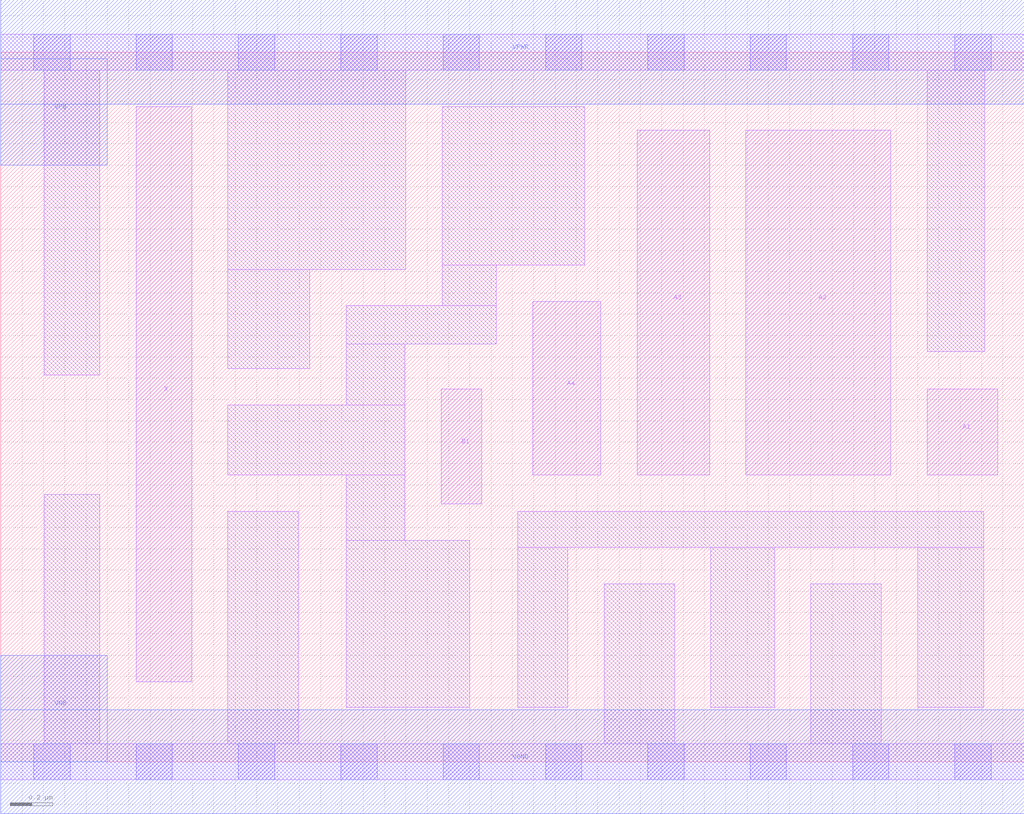
<source format=lef>
# Copyright 2020 The SkyWater PDK Authors
#
# Licensed under the Apache License, Version 2.0 (the "License");
# you may not use this file except in compliance with the License.
# You may obtain a copy of the License at
#
#     https://www.apache.org/licenses/LICENSE-2.0
#
# Unless required by applicable law or agreed to in writing, software
# distributed under the License is distributed on an "AS IS" BASIS,
# WITHOUT WARRANTIES OR CONDITIONS OF ANY KIND, either express or implied.
# See the License for the specific language governing permissions and
# limitations under the License.
#
# SPDX-License-Identifier: Apache-2.0

VERSION 5.5 ;
NAMESCASESENSITIVE ON ;
BUSBITCHARS "[]" ;
DIVIDERCHAR "/" ;
MACRO sky130_fd_sc_lp__o41a_2
  CLASS CORE ;
  SOURCE USER ;
  ORIGIN  0.000000  0.000000 ;
  SIZE  4.800000 BY  3.330000 ;
  SYMMETRY X Y R90 ;
  SITE unit ;
  PIN A1
    ANTENNAGATEAREA  0.315000 ;
    DIRECTION INPUT ;
    USE SIGNAL ;
    PORT
      LAYER li1 ;
        RECT 4.345000 1.345000 4.675000 1.750000 ;
    END
  END A1
  PIN A2
    ANTENNAGATEAREA  0.315000 ;
    DIRECTION INPUT ;
    USE SIGNAL ;
    PORT
      LAYER li1 ;
        RECT 3.495000 1.345000 4.175000 2.965000 ;
    END
  END A2
  PIN A3
    ANTENNAGATEAREA  0.315000 ;
    DIRECTION INPUT ;
    USE SIGNAL ;
    PORT
      LAYER li1 ;
        RECT 2.985000 1.345000 3.325000 2.965000 ;
    END
  END A3
  PIN A4
    ANTENNAGATEAREA  0.315000 ;
    DIRECTION INPUT ;
    USE SIGNAL ;
    PORT
      LAYER li1 ;
        RECT 2.495000 1.345000 2.815000 2.160000 ;
    END
  END A4
  PIN B1
    ANTENNAGATEAREA  0.315000 ;
    DIRECTION INPUT ;
    USE SIGNAL ;
    PORT
      LAYER li1 ;
        RECT 2.065000 1.210000 2.255000 1.750000 ;
    END
  END B1
  PIN X
    ANTENNADIFFAREA  0.588000 ;
    DIRECTION OUTPUT ;
    USE SIGNAL ;
    PORT
      LAYER li1 ;
        RECT 0.635000 0.375000 0.895000 3.075000 ;
    END
  END X
  PIN VGND
    DIRECTION INOUT ;
    USE GROUND ;
    PORT
      LAYER met1 ;
        RECT 0.000000 -0.245000 4.800000 0.245000 ;
    END
  END VGND
  PIN VNB
    DIRECTION INOUT ;
    USE GROUND ;
    PORT
    END
  END VNB
  PIN VPB
    DIRECTION INOUT ;
    USE POWER ;
    PORT
    END
  END VPB
  PIN VNB
    DIRECTION INOUT ;
    USE GROUND ;
    PORT
      LAYER met1 ;
        RECT 0.000000 0.000000 0.500000 0.500000 ;
    END
  END VNB
  PIN VPB
    DIRECTION INOUT ;
    USE POWER ;
    PORT
      LAYER met1 ;
        RECT 0.000000 2.800000 0.500000 3.300000 ;
    END
  END VPB
  PIN VPWR
    DIRECTION INOUT ;
    USE POWER ;
    PORT
      LAYER met1 ;
        RECT 0.000000 3.085000 4.800000 3.575000 ;
    END
  END VPWR
  OBS
    LAYER li1 ;
      RECT 0.000000 -0.085000 4.800000 0.085000 ;
      RECT 0.000000  3.245000 4.800000 3.415000 ;
      RECT 0.205000  0.085000 0.465000 1.255000 ;
      RECT 0.205000  1.815000 0.465000 3.245000 ;
      RECT 1.065000  0.085000 1.395000 1.175000 ;
      RECT 1.065000  1.345000 1.895000 1.675000 ;
      RECT 1.065000  1.845000 1.450000 2.310000 ;
      RECT 1.065000  2.310000 1.900000 3.245000 ;
      RECT 1.620000  0.255000 2.200000 1.040000 ;
      RECT 1.620000  1.040000 1.895000 1.345000 ;
      RECT 1.620000  1.675000 1.895000 1.960000 ;
      RECT 1.620000  1.960000 2.325000 2.140000 ;
      RECT 2.070000  2.140000 2.325000 2.330000 ;
      RECT 2.070000  2.330000 2.740000 3.075000 ;
      RECT 2.425000  0.255000 2.660000 1.005000 ;
      RECT 2.425000  1.005000 4.610000 1.175000 ;
      RECT 2.830000  0.085000 3.160000 0.835000 ;
      RECT 3.330000  0.255000 3.630000 1.005000 ;
      RECT 3.800000  0.085000 4.130000 0.835000 ;
      RECT 4.300000  0.255000 4.610000 1.005000 ;
      RECT 4.345000  1.925000 4.615000 3.245000 ;
    LAYER mcon ;
      RECT 0.155000 -0.085000 0.325000 0.085000 ;
      RECT 0.155000  3.245000 0.325000 3.415000 ;
      RECT 0.635000 -0.085000 0.805000 0.085000 ;
      RECT 0.635000  3.245000 0.805000 3.415000 ;
      RECT 1.115000 -0.085000 1.285000 0.085000 ;
      RECT 1.115000  3.245000 1.285000 3.415000 ;
      RECT 1.595000 -0.085000 1.765000 0.085000 ;
      RECT 1.595000  3.245000 1.765000 3.415000 ;
      RECT 2.075000 -0.085000 2.245000 0.085000 ;
      RECT 2.075000  3.245000 2.245000 3.415000 ;
      RECT 2.555000 -0.085000 2.725000 0.085000 ;
      RECT 2.555000  3.245000 2.725000 3.415000 ;
      RECT 3.035000 -0.085000 3.205000 0.085000 ;
      RECT 3.035000  3.245000 3.205000 3.415000 ;
      RECT 3.515000 -0.085000 3.685000 0.085000 ;
      RECT 3.515000  3.245000 3.685000 3.415000 ;
      RECT 3.995000 -0.085000 4.165000 0.085000 ;
      RECT 3.995000  3.245000 4.165000 3.415000 ;
      RECT 4.475000 -0.085000 4.645000 0.085000 ;
      RECT 4.475000  3.245000 4.645000 3.415000 ;
  END
END sky130_fd_sc_lp__o41a_2
END LIBRARY

</source>
